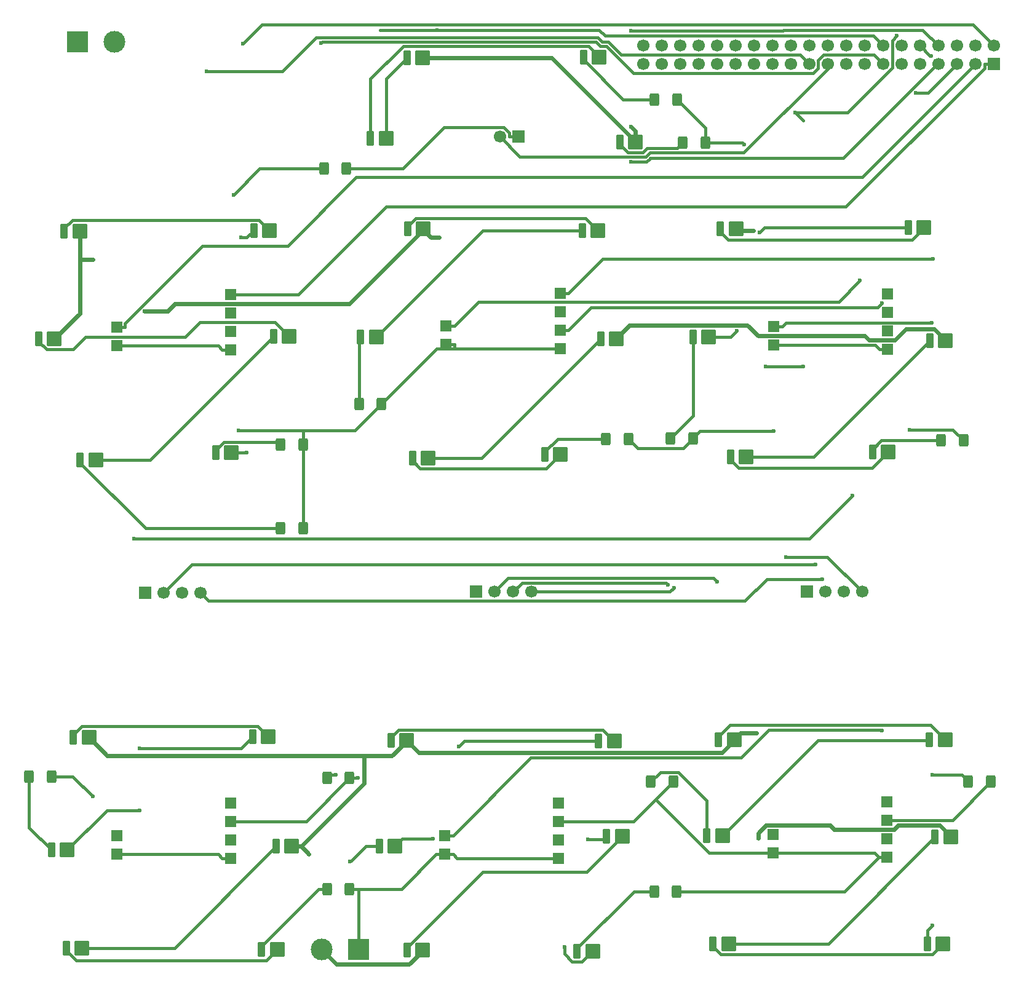
<source format=gbr>
%TF.GenerationSoftware,KiCad,Pcbnew,9.0.2*%
%TF.CreationDate,2025-06-29T15:48:11+02:00*%
%TF.ProjectId,adirs,61646972-732e-46b6-9963-61645f706362,rev?*%
%TF.SameCoordinates,Original*%
%TF.FileFunction,Copper,L1,Top*%
%TF.FilePolarity,Positive*%
%FSLAX46Y46*%
G04 Gerber Fmt 4.6, Leading zero omitted, Abs format (unit mm)*
G04 Created by KiCad (PCBNEW 9.0.2) date 2025-06-29 15:48:11*
%MOMM*%
%LPD*%
G01*
G04 APERTURE LIST*
G04 Aperture macros list*
%AMRoundRect*
0 Rectangle with rounded corners*
0 $1 Rounding radius*
0 $2 $3 $4 $5 $6 $7 $8 $9 X,Y pos of 4 corners*
0 Add a 4 corners polygon primitive as box body*
4,1,4,$2,$3,$4,$5,$6,$7,$8,$9,$2,$3,0*
0 Add four circle primitives for the rounded corners*
1,1,$1+$1,$2,$3*
1,1,$1+$1,$4,$5*
1,1,$1+$1,$6,$7*
1,1,$1+$1,$8,$9*
0 Add four rect primitives between the rounded corners*
20,1,$1+$1,$2,$3,$4,$5,0*
20,1,$1+$1,$4,$5,$6,$7,0*
20,1,$1+$1,$6,$7,$8,$9,0*
20,1,$1+$1,$8,$9,$2,$3,0*%
G04 Aperture macros list end*
%TA.AperFunction,ComponentPad*%
%ADD10R,1.700000X1.700000*%
%TD*%
%TA.AperFunction,ComponentPad*%
%ADD11C,1.700000*%
%TD*%
%TA.AperFunction,ComponentPad*%
%ADD12R,3.000000X3.000000*%
%TD*%
%TA.AperFunction,ComponentPad*%
%ADD13C,3.000000*%
%TD*%
%TA.AperFunction,ComponentPad*%
%ADD14R,1.500000X1.500000*%
%TD*%
%TA.AperFunction,SMDPad,CuDef*%
%ADD15RoundRect,0.165000X-0.385000X-0.885000X0.385000X-0.885000X0.385000X0.885000X-0.385000X0.885000X0*%
%TD*%
%TA.AperFunction,SMDPad,CuDef*%
%ADD16RoundRect,0.315000X-0.735000X-0.735000X0.735000X-0.735000X0.735000X0.735000X-0.735000X0.735000X0*%
%TD*%
%TA.AperFunction,SMDPad,CuDef*%
%ADD17RoundRect,0.250000X-0.400000X-0.625000X0.400000X-0.625000X0.400000X0.625000X-0.400000X0.625000X0*%
%TD*%
%TA.AperFunction,ViaPad*%
%ADD18C,0.600000*%
%TD*%
%TA.AperFunction,Conductor*%
%ADD19C,0.400000*%
%TD*%
%TA.AperFunction,Conductor*%
%ADD20C,0.600000*%
%TD*%
G04 APERTURE END LIST*
D10*
%TO.P,J2,1,Pin_1*%
%TO.N,Net-(J2-Pin_1)*%
X269825000Y-28475000D03*
D11*
%TO.P,J2,2,Pin_2*%
%TO.N,Net-(J2-Pin_2)*%
X269825000Y-25935000D03*
%TO.P,J2,3,Pin_3*%
%TO.N,Net-(J2-Pin_3)*%
X267285000Y-28475000D03*
%TO.P,J2,4,Pin_4*%
%TO.N,Net-(J2-Pin_4)*%
X267285000Y-25935000D03*
%TO.P,J2,5,Pin_5*%
%TO.N,Net-(J2-Pin_5)*%
X264745000Y-28475000D03*
%TO.P,J2,6,Pin_6*%
%TO.N,Net-(J2-Pin_6)*%
X264745000Y-25935000D03*
%TO.P,J2,7,Pin_7*%
%TO.N,Net-(J2-Pin_7)*%
X262205000Y-28475000D03*
%TO.P,J2,8,Pin_8*%
%TO.N,Net-(J2-Pin_8)*%
X262205000Y-25935000D03*
%TO.P,J2,9,Pin_9*%
%TO.N,Net-(J2-Pin_9)*%
X259665000Y-28475000D03*
%TO.P,J2,10,Pin_10*%
%TO.N,Net-(J2-Pin_10)*%
X259665000Y-25935000D03*
%TO.P,J2,11,Pin_11*%
%TO.N,Net-(J2-Pin_11)*%
X257125000Y-28475000D03*
%TO.P,J2,12,Pin_12*%
%TO.N,Net-(J2-Pin_12)*%
X257125000Y-25935000D03*
%TO.P,J2,13,Pin_13*%
%TO.N,Net-(J2-Pin_13)*%
X254585000Y-28475000D03*
%TO.P,J2,14,Pin_14*%
%TO.N,Net-(J2-Pin_14)*%
X254585000Y-25935000D03*
%TO.P,J2,15,Pin_15*%
%TO.N,Net-(J2-Pin_15)*%
X252045000Y-28475000D03*
%TO.P,J2,16,Pin_16*%
%TO.N,Net-(J2-Pin_16)*%
X252045000Y-25935000D03*
%TO.P,J2,17,Pin_17*%
%TO.N,Net-(J2-Pin_17)*%
X249505000Y-28475000D03*
%TO.P,J2,18,Pin_18*%
%TO.N,Net-(J2-Pin_18)*%
X249505000Y-25935000D03*
%TO.P,J2,19,Pin_19*%
%TO.N,Net-(J2-Pin_19)*%
X246965000Y-28475000D03*
%TO.P,J2,20,Pin_20*%
%TO.N,Net-(J2-Pin_20)*%
X246965000Y-25935000D03*
%TO.P,J2,21,Pin_21*%
%TO.N,Net-(J2-Pin_21)*%
X244425000Y-28475000D03*
%TO.P,J2,22,Pin_22*%
%TO.N,Net-(J2-Pin_22)*%
X244425000Y-25935000D03*
%TO.P,J2,23,Pin_23*%
%TO.N,Net-(J2-Pin_23)*%
X241885000Y-28475000D03*
%TO.P,J2,24,Pin_24*%
%TO.N,Net-(J2-Pin_24)*%
X241885000Y-25935000D03*
%TO.P,J2,25,Pin_25*%
%TO.N,Net-(J2-Pin_25)*%
X239345000Y-28475000D03*
%TO.P,J2,26,Pin_26*%
%TO.N,Net-(J2-Pin_26)*%
X239345000Y-25935000D03*
%TO.P,J2,27,Pin_27*%
%TO.N,Net-(J2-Pin_27)*%
X236805000Y-28475000D03*
%TO.P,J2,28,Pin_28*%
%TO.N,Net-(J2-Pin_28)*%
X236805000Y-25935000D03*
%TO.P,J2,29,Pin_29*%
%TO.N,unconnected-(J2-Pin_29-Pad29)*%
X234265000Y-28475000D03*
%TO.P,J2,30,Pin_30*%
%TO.N,unconnected-(J2-Pin_30-Pad30)*%
X234265000Y-25935000D03*
%TO.P,J2,31,Pin_31*%
%TO.N,unconnected-(J2-Pin_31-Pad31)*%
X231725000Y-28475000D03*
%TO.P,J2,32,Pin_32*%
%TO.N,unconnected-(J2-Pin_32-Pad32)*%
X231725000Y-25935000D03*
%TO.P,J2,33,Pin_33*%
%TO.N,unconnected-(J2-Pin_33-Pad33)*%
X229185000Y-28475000D03*
%TO.P,J2,34,Pin_34*%
%TO.N,unconnected-(J2-Pin_34-Pad34)*%
X229185000Y-25935000D03*
%TO.P,J2,35,Pin_35*%
%TO.N,unconnected-(J2-Pin_35-Pad35)*%
X226645000Y-28475000D03*
%TO.P,J2,36,Pin_36*%
%TO.N,unconnected-(J2-Pin_36-Pad36)*%
X226645000Y-25935000D03*
%TO.P,J2,37,Pin_37*%
%TO.N,unconnected-(J2-Pin_37-Pad37)*%
X224105000Y-28475000D03*
%TO.P,J2,38,Pin_38*%
%TO.N,unconnected-(J2-Pin_38-Pad38)*%
X224105000Y-25935000D03*
%TO.P,J2,39,Pin_39*%
%TO.N,unconnected-(J2-Pin_39-Pad39)*%
X221565000Y-28475000D03*
%TO.P,J2,40,Pin_40*%
%TO.N,unconnected-(J2-Pin_40-Pad40)*%
X221565000Y-25935000D03*
%TD*%
D12*
%TO.P,J7,1,Pin_1*%
%TO.N,GND*%
X182390000Y-150400000D03*
D13*
%TO.P,J7,2,Pin_2*%
%TO.N,+12V*%
X177310000Y-150400000D03*
%TD*%
D14*
%TO.P,KR3,1,+5V_TOP_LED*%
%TO.N,Net-(J2-Pin_4)*%
X255250000Y-60150000D03*
%TO.P,KR3,2,GND_TOP_LED*%
%TO.N,GND*%
X255250000Y-62690000D03*
%TO.P,KR3,3,+5V_BOTTOM_LED*%
%TO.N,Net-(J2-Pin_5)*%
X255250000Y-65230000D03*
%TO.P,KR3,4,GND_BOTTOM_LED*%
%TO.N,GND*%
X255250000Y-67770000D03*
%TO.P,KR3,5,SW_IN*%
%TO.N,Net-(J2-Pin_6)*%
X239550000Y-64650000D03*
%TO.P,KR3,6,SW_OUT*%
%TO.N,GND*%
X239550000Y-67190000D03*
%TD*%
D15*
%TO.P,D35,1,K*%
%TO.N,Net-(D35-K)*%
X231200000Y-149600000D03*
D16*
%TO.P,D35,2,A*%
%TO.N,Net-(D34-K)*%
X233350000Y-149600000D03*
%TD*%
D15*
%TO.P,D29,1,K*%
%TO.N,Net-(D29-K)*%
X216560000Y-134800000D03*
D16*
%TO.P,D29,2,A*%
%TO.N,Net-(D28-K)*%
X218710000Y-134800000D03*
%TD*%
D15*
%TO.P,D33,1,K*%
%TO.N,Net-(D33-K)*%
X230360000Y-134700000D03*
D16*
%TO.P,D33,2,A*%
%TO.N,Net-(D32-K)*%
X232510000Y-134700000D03*
%TD*%
D17*
%TO.P,R14,1*%
%TO.N,Net-(D39-K)*%
X223150000Y-33375000D03*
%TO.P,R14,2*%
%TO.N,GND*%
X226250000Y-33375000D03*
%TD*%
%TO.P,R7,1*%
%TO.N,Net-(D21-K)*%
X137050000Y-126600000D03*
%TO.P,R7,2*%
%TO.N,GND*%
X140150000Y-126600000D03*
%TD*%
D15*
%TO.P,D3,1,K*%
%TO.N,Net-(D3-K)*%
X162750000Y-82000000D03*
D16*
%TO.P,D3,2,A*%
%TO.N,Net-(D2-K)*%
X164900000Y-82000000D03*
%TD*%
D15*
%TO.P,D22,1,K*%
%TO.N,Net-(D22-K)*%
X171060000Y-136200000D03*
D16*
%TO.P,D22,2,A*%
%TO.N,+12V*%
X173210000Y-136200000D03*
%TD*%
D15*
%TO.P,D19,1,K*%
%TO.N,Net-(D19-K)*%
X143150000Y-121200000D03*
D16*
%TO.P,D19,2,A*%
%TO.N,+12V*%
X145300000Y-121200000D03*
%TD*%
D15*
%TO.P,D13,1,K*%
%TO.N,Net-(D13-K)*%
X232220000Y-51200000D03*
D16*
%TO.P,D13,2,A*%
%TO.N,+12V*%
X234370000Y-51200000D03*
%TD*%
D15*
%TO.P,D16,1,K*%
%TO.N,Net-(D16-K)*%
X261020000Y-66600000D03*
D16*
%TO.P,D16,2,A*%
%TO.N,+12V*%
X263170000Y-66600000D03*
%TD*%
D17*
%TO.P,R8,1*%
%TO.N,Net-(D24-K)*%
X178050000Y-142100000D03*
%TO.P,R8,2*%
%TO.N,GND*%
X181150000Y-142100000D03*
%TD*%
D15*
%TO.P,D8,1,K*%
%TO.N,Net-(D8-K)*%
X213200000Y-51400000D03*
D16*
%TO.P,D8,2,A*%
%TO.N,Net-(D7-K)*%
X215350000Y-51400000D03*
%TD*%
D14*
%TO.P,KR5,1,+5V_TOP_LED*%
%TO.N,Net-(J2-Pin_7)*%
X209950000Y-130250000D03*
%TO.P,KR5,2,GND_TOP_LED*%
%TO.N,GND*%
X209950000Y-132790000D03*
%TO.P,KR5,3,+5V_BOTTOM_LED*%
%TO.N,Net-(J2-Pin_8)*%
X209950000Y-135330000D03*
%TO.P,KR5,4,GND_BOTTOM_LED*%
%TO.N,GND*%
X209950000Y-137870000D03*
%TO.P,KR5,5,SW_IN*%
%TO.N,Net-(J2-Pin_9)*%
X194250000Y-134750000D03*
%TO.P,KR5,6,SW_OUT*%
%TO.N,GND*%
X194250000Y-137290000D03*
%TD*%
D15*
%TO.P,D25,1,K*%
%TO.N,Net-(D25-K)*%
X186860000Y-121600000D03*
D16*
%TO.P,D25,2,A*%
%TO.N,+12V*%
X189010000Y-121600000D03*
%TD*%
D15*
%TO.P,D21,1,K*%
%TO.N,Net-(D21-K)*%
X140160000Y-136700000D03*
D16*
%TO.P,D21,2,A*%
%TO.N,Net-(D20-K)*%
X142310000Y-136700000D03*
%TD*%
D15*
%TO.P,D10,1,K*%
%TO.N,Net-(D10-K)*%
X215720000Y-66300000D03*
D16*
%TO.P,D10,2,A*%
%TO.N,+12V*%
X217870000Y-66300000D03*
%TD*%
D15*
%TO.P,D32,1,K*%
%TO.N,Net-(D32-K)*%
X261000000Y-121500000D03*
D16*
%TO.P,D32,2,A*%
%TO.N,Net-(D31-K)*%
X263150000Y-121500000D03*
%TD*%
D17*
%TO.P,R10,1*%
%TO.N,Net-(D30-K)*%
X223100000Y-142400000D03*
%TO.P,R10,2*%
%TO.N,GND*%
X226200000Y-142400000D03*
%TD*%
D15*
%TO.P,D12,1,K*%
%TO.N,Net-(D12-K)*%
X208060000Y-82200000D03*
D16*
%TO.P,D12,2,A*%
%TO.N,Net-(D11-K)*%
X210210000Y-82200000D03*
%TD*%
D14*
%TO.P,KR6,1,+5V_TOP_LED*%
%TO.N,Net-(J2-Pin_16)*%
X255150000Y-130050000D03*
%TO.P,KR6,2,GND_TOP_LED*%
%TO.N,GND*%
X255150000Y-132590000D03*
%TO.P,KR6,3,+5V_BOTTOM_LED*%
%TO.N,Net-(J2-Pin_17)*%
X255150000Y-135130000D03*
%TO.P,KR6,4,GND_BOTTOM_LED*%
%TO.N,GND*%
X255150000Y-137670000D03*
%TO.P,KR6,5,SW_IN*%
%TO.N,Net-(J2-Pin_18)*%
X239450000Y-134550000D03*
%TO.P,KR6,6,SW_OUT*%
%TO.N,GND*%
X239450000Y-137090000D03*
%TD*%
D10*
%TO.P,J6,1,Pin_1*%
%TO.N,GND*%
X198590000Y-101150000D03*
D11*
%TO.P,J6,2,Pin_2*%
%TO.N,Net-(J2-Pin_26)*%
X201130000Y-101150000D03*
%TO.P,J6,3,Pin_3*%
%TO.N,Net-(J2-Pin_27)*%
X203670000Y-101150000D03*
%TO.P,J6,4,Pin_4*%
%TO.N,Net-(J2-Pin_28)*%
X206210000Y-101150000D03*
%TD*%
D15*
%TO.P,D9,1,K*%
%TO.N,Net-(D9-K)*%
X182685000Y-66100000D03*
D16*
%TO.P,D9,2,A*%
%TO.N,Net-(D8-K)*%
X184835000Y-66100000D03*
%TD*%
D15*
%TO.P,D30,1,K*%
%TO.N,Net-(D30-K)*%
X212500000Y-150600000D03*
D16*
%TO.P,D30,2,A*%
%TO.N,Net-(D29-K)*%
X214650000Y-150600000D03*
%TD*%
D15*
%TO.P,D14,1,K*%
%TO.N,Net-(D14-K)*%
X258085000Y-51000000D03*
D16*
%TO.P,D14,2,A*%
%TO.N,Net-(D13-K)*%
X260235000Y-51000000D03*
%TD*%
D17*
%TO.P,R12,1*%
%TO.N,Net-(D36-K)*%
X266350000Y-127300000D03*
%TO.P,R12,2*%
%TO.N,GND*%
X269450000Y-127300000D03*
%TD*%
%TO.P,R4,1*%
%TO.N,Net-(D12-K)*%
X216450000Y-80100000D03*
%TO.P,R4,2*%
%TO.N,GND*%
X219550000Y-80100000D03*
%TD*%
%TO.P,R2,1*%
%TO.N,Net-(D6-K)*%
X171650000Y-92400000D03*
%TO.P,R2,2*%
%TO.N,GND*%
X174750000Y-92400000D03*
%TD*%
D10*
%TO.P,J4,1,Pin_1*%
%TO.N,GND*%
X153020000Y-101300000D03*
D11*
%TO.P,J4,2,Pin_2*%
%TO.N,Net-(J2-Pin_20)*%
X155560000Y-101300000D03*
%TO.P,J4,3,Pin_3*%
%TO.N,Net-(J2-Pin_21)*%
X158100000Y-101300000D03*
%TO.P,J4,4,Pin_4*%
%TO.N,Net-(J2-Pin_22)*%
X160640000Y-101300000D03*
%TD*%
D14*
%TO.P,KR4,1,+5V_TOP_LED*%
%TO.N,Net-(J2-Pin_13)*%
X164800000Y-130200000D03*
%TO.P,KR4,2,GND_TOP_LED*%
%TO.N,GND*%
X164800000Y-132740000D03*
%TO.P,KR4,3,+5V_BOTTOM_LED*%
%TO.N,Net-(J2-Pin_14)*%
X164800000Y-135280000D03*
%TO.P,KR4,4,GND_BOTTOM_LED*%
%TO.N,GND*%
X164800000Y-137820000D03*
%TO.P,KR4,5,SW_IN*%
%TO.N,Net-(J2-Pin_15)*%
X149100000Y-134700000D03*
%TO.P,KR4,6,SW_OUT*%
%TO.N,GND*%
X149100000Y-137240000D03*
%TD*%
D15*
%TO.P,D15,1,K*%
%TO.N,Net-(D15-K)*%
X228420000Y-66100000D03*
D16*
%TO.P,D15,2,A*%
%TO.N,Net-(D14-K)*%
X230570000Y-66100000D03*
%TD*%
D15*
%TO.P,D5,1,K*%
%TO.N,Net-(D5-K)*%
X170685000Y-66000000D03*
D16*
%TO.P,D5,2,A*%
%TO.N,Net-(D4-K)*%
X172835000Y-66000000D03*
%TD*%
D10*
%TO.P,J5,1,Pin_1*%
%TO.N,GND*%
X244090000Y-101150000D03*
D11*
%TO.P,J5,2,Pin_2*%
%TO.N,Net-(J2-Pin_23)*%
X246630000Y-101150000D03*
%TO.P,J5,3,Pin_3*%
%TO.N,Net-(J2-Pin_24)*%
X249170000Y-101150000D03*
%TO.P,J5,4,Pin_4*%
%TO.N,Net-(J2-Pin_25)*%
X251710000Y-101150000D03*
%TD*%
D15*
%TO.P,D23,1,K*%
%TO.N,Net-(D23-K)*%
X142150000Y-150200000D03*
D16*
%TO.P,D23,2,A*%
%TO.N,Net-(D22-K)*%
X144300000Y-150200000D03*
%TD*%
D15*
%TO.P,D17,1,K*%
%TO.N,Net-(D17-K)*%
X233620000Y-82600000D03*
D16*
%TO.P,D17,2,A*%
%TO.N,Net-(D16-K)*%
X235770000Y-82600000D03*
%TD*%
D17*
%TO.P,R3,1*%
%TO.N,Net-(D9-K)*%
X182450000Y-75300000D03*
%TO.P,R3,2*%
%TO.N,GND*%
X185550000Y-75300000D03*
%TD*%
%TO.P,R11,1*%
%TO.N,Net-(D33-K)*%
X222650000Y-127300000D03*
%TO.P,R11,2*%
%TO.N,GND*%
X225750000Y-127300000D03*
%TD*%
%TO.P,R15,1*%
%TO.N,Net-(D40-K)*%
X227050000Y-39300000D03*
%TO.P,R15,2*%
%TO.N,GND*%
X230150000Y-39300000D03*
%TD*%
%TO.P,R5,1*%
%TO.N,Net-(D15-K)*%
X225350000Y-80000000D03*
%TO.P,R5,2*%
%TO.N,GND*%
X228450000Y-80000000D03*
%TD*%
D15*
%TO.P,D40,1,K*%
%TO.N,Net-(D40-K)*%
X218350000Y-39200000D03*
D16*
%TO.P,D40,2,A*%
%TO.N,+12V*%
X220500000Y-39200000D03*
%TD*%
D15*
%TO.P,D2,1,K*%
%TO.N,Net-(D2-K)*%
X167985000Y-51400000D03*
D16*
%TO.P,D2,2,A*%
%TO.N,Net-(D1-K)*%
X170135000Y-51400000D03*
%TD*%
D15*
%TO.P,D39,1,K*%
%TO.N,Net-(D39-K)*%
X213350000Y-27500000D03*
D16*
%TO.P,D39,2,A*%
%TO.N,Net-(D38-K)*%
X215500000Y-27500000D03*
%TD*%
D15*
%TO.P,D1,1,K*%
%TO.N,Net-(D1-K)*%
X141860000Y-51500000D03*
D16*
%TO.P,D1,2,A*%
%TO.N,+12V*%
X144010000Y-51500000D03*
%TD*%
D15*
%TO.P,D37,1,K*%
%TO.N,Net-(D37-K)*%
X189060000Y-27600000D03*
D16*
%TO.P,D37,2,A*%
%TO.N,+12V*%
X191210000Y-27600000D03*
%TD*%
D10*
%TO.P,J3,1,Pin_1*%
%TO.N,Net-(J3-Pin_1)*%
X204375000Y-38500000D03*
D11*
%TO.P,J3,2,Pin_2*%
%TO.N,Net-(J2-Pin_19)*%
X201835000Y-38500000D03*
%TD*%
D17*
%TO.P,R13,1*%
%TO.N,GND*%
X177650000Y-42900000D03*
%TO.P,R13,2*%
%TO.N,Net-(J3-Pin_1)*%
X180750000Y-42900000D03*
%TD*%
D15*
%TO.P,D34,1,K*%
%TO.N,Net-(D34-K)*%
X261760000Y-134900000D03*
D16*
%TO.P,D34,2,A*%
%TO.N,+12V*%
X263910000Y-134900000D03*
%TD*%
D14*
%TO.P,KR1,1,+5V_TOP_LED*%
%TO.N,Net-(J2-Pin_1)*%
X164800000Y-60200000D03*
%TO.P,KR1,2,GND_TOP_LED*%
%TO.N,GND*%
X164800000Y-62740000D03*
%TO.P,KR1,3,+5V_BOTTOM_LED*%
%TO.N,Net-(J2-Pin_2)*%
X164800000Y-65280000D03*
%TO.P,KR1,4,GND_BOTTOM_LED*%
%TO.N,GND*%
X164800000Y-67820000D03*
%TO.P,KR1,5,SW_IN*%
%TO.N,Net-(J2-Pin_3)*%
X149100000Y-64700000D03*
%TO.P,KR1,6,SW_OUT*%
%TO.N,GND*%
X149100000Y-67240000D03*
%TD*%
D17*
%TO.P,R9,1*%
%TO.N,Net-(D27-K)*%
X178050000Y-126800000D03*
%TO.P,R9,2*%
%TO.N,GND*%
X181150000Y-126800000D03*
%TD*%
%TO.P,R1,1*%
%TO.N,Net-(D3-K)*%
X171650000Y-80900000D03*
%TO.P,R1,2*%
%TO.N,GND*%
X174750000Y-80900000D03*
%TD*%
D15*
%TO.P,D24,1,K*%
%TO.N,Net-(D24-K)*%
X169060000Y-150400000D03*
D16*
%TO.P,D24,2,A*%
%TO.N,Net-(D23-K)*%
X171210000Y-150400000D03*
%TD*%
D15*
%TO.P,D26,1,K*%
%TO.N,Net-(D26-K)*%
X215460000Y-121700000D03*
D16*
%TO.P,D26,2,A*%
%TO.N,Net-(D25-K)*%
X217610000Y-121700000D03*
%TD*%
D15*
%TO.P,D7,1,K*%
%TO.N,Net-(D7-K)*%
X189150000Y-51200000D03*
D16*
%TO.P,D7,2,A*%
%TO.N,+12V*%
X191300000Y-51200000D03*
%TD*%
D15*
%TO.P,D4,1,K*%
%TO.N,Net-(D4-K)*%
X138385000Y-66300000D03*
D16*
%TO.P,D4,2,A*%
%TO.N,+12V*%
X140535000Y-66300000D03*
%TD*%
D15*
%TO.P,D11,1,K*%
%TO.N,Net-(D11-K)*%
X189820000Y-82700000D03*
D16*
%TO.P,D11,2,A*%
%TO.N,Net-(D10-K)*%
X191970000Y-82700000D03*
%TD*%
D15*
%TO.P,D36,1,K*%
%TO.N,Net-(D36-K)*%
X260720000Y-149600000D03*
D16*
%TO.P,D36,2,A*%
%TO.N,Net-(D35-K)*%
X262870000Y-149600000D03*
%TD*%
D15*
%TO.P,D20,1,K*%
%TO.N,Net-(D20-K)*%
X167800000Y-121100000D03*
D16*
%TO.P,D20,2,A*%
%TO.N,Net-(D19-K)*%
X169950000Y-121100000D03*
%TD*%
D17*
%TO.P,R6,1*%
%TO.N,Net-(D18-K)*%
X262600000Y-80300000D03*
%TO.P,R6,2*%
%TO.N,GND*%
X265700000Y-80300000D03*
%TD*%
D15*
%TO.P,D27,1,K*%
%TO.N,Net-(D27-K)*%
X185250000Y-136200000D03*
D16*
%TO.P,D27,2,A*%
%TO.N,Net-(D26-K)*%
X187400000Y-136200000D03*
%TD*%
D15*
%TO.P,D31,1,K*%
%TO.N,Net-(D31-K)*%
X231960000Y-121500000D03*
D16*
%TO.P,D31,2,A*%
%TO.N,+12V*%
X234110000Y-121500000D03*
%TD*%
D15*
%TO.P,D38,1,K*%
%TO.N,Net-(D38-K)*%
X184050000Y-38700000D03*
D16*
%TO.P,D38,2,A*%
%TO.N,Net-(D37-K)*%
X186200000Y-38700000D03*
%TD*%
D15*
%TO.P,D28,1,K*%
%TO.N,Net-(D28-K)*%
X189050000Y-150500000D03*
D16*
%TO.P,D28,2,A*%
%TO.N,+12V*%
X191200000Y-150500000D03*
%TD*%
D15*
%TO.P,D18,1,K*%
%TO.N,Net-(D18-K)*%
X253160000Y-81900000D03*
D16*
%TO.P,D18,2,A*%
%TO.N,Net-(D17-K)*%
X255310000Y-81900000D03*
%TD*%
D14*
%TO.P,KR2,1,+5V_TOP_LED*%
%TO.N,Net-(J2-Pin_10)*%
X210150000Y-60050000D03*
%TO.P,KR2,2,GND_TOP_LED*%
%TO.N,GND*%
X210150000Y-62590000D03*
%TO.P,KR2,3,+5V_BOTTOM_LED*%
%TO.N,Net-(J2-Pin_11)*%
X210150000Y-65130000D03*
%TO.P,KR2,4,GND_BOTTOM_LED*%
%TO.N,GND*%
X210150000Y-67670000D03*
%TO.P,KR2,5,SW_IN*%
%TO.N,Net-(J2-Pin_12)*%
X194450000Y-64550000D03*
%TO.P,KR2,6,SW_OUT*%
%TO.N,GND*%
X194450000Y-67090000D03*
%TD*%
D15*
%TO.P,D6,1,K*%
%TO.N,Net-(D6-K)*%
X144085000Y-83000000D03*
D16*
%TO.P,D6,2,A*%
%TO.N,Net-(D5-K)*%
X146235000Y-83000000D03*
%TD*%
D12*
%TO.P,J1,1,Pin_1*%
%TO.N,GND*%
X143695000Y-25400000D03*
D13*
%TO.P,J1,2,Pin_2*%
%TO.N,+12V*%
X148775000Y-25400000D03*
%TD*%
D18*
%TO.N,Net-(J2-Pin_6)*%
X261300800Y-64078300D03*
%TO.N,Net-(J2-Pin_5)*%
X259138800Y-32427600D03*
%TO.N,Net-(J2-Pin_8)*%
X219880700Y-23870100D03*
%TO.N,Net-(J2-Pin_27)*%
X224966500Y-100147900D03*
%TO.N,Net-(J2-Pin_25)*%
X241261600Y-96384300D03*
%TO.N,Net-(J2-Pin_12)*%
X251400400Y-58300000D03*
%TO.N,Net-(J2-Pin_9)*%
X254463300Y-120264700D03*
%TO.N,Net-(J2-Pin_7)*%
X219880700Y-41962200D03*
%TO.N,Net-(J2-Pin_22)*%
X246222400Y-99382200D03*
%TO.N,Net-(J2-Pin_11)*%
X254451900Y-61420000D03*
%TO.N,Net-(J2-Pin_21)*%
X161468200Y-29485000D03*
%TO.N,Net-(J2-Pin_10)*%
X261187300Y-27335600D03*
X261444500Y-55340000D03*
%TO.N,Net-(J2-Pin_14)*%
X193211000Y-23789000D03*
%TO.N,Net-(J2-Pin_15)*%
X250350200Y-87900000D03*
X151531600Y-93820000D03*
%TO.N,Net-(J2-Pin_28)*%
X225806100Y-100578800D03*
%TO.N,Net-(J2-Pin_18)*%
X238420000Y-70140000D03*
X243585500Y-70140000D03*
X242530200Y-35184000D03*
X256496700Y-24591500D03*
%TO.N,Net-(J2-Pin_13)*%
X177261700Y-25587200D03*
%TO.N,Net-(J2-Pin_26)*%
X231733900Y-99738400D03*
%TO.N,Net-(J2-Pin_20)*%
X245281800Y-97422100D03*
%TO.N,Net-(J2-Pin_2)*%
X166505700Y-25704400D03*
%TO.N,GND*%
X145798200Y-129340000D03*
X258281200Y-78820000D03*
X182320200Y-126760800D03*
X165182000Y-46460000D03*
X165923400Y-78930600D03*
X239550000Y-79020000D03*
X235517400Y-39580900D03*
%TO.N,Net-(D36-K)*%
X261366900Y-147084400D03*
X261366900Y-126380000D03*
%TO.N,Net-(D29-K)*%
X210729300Y-150060000D03*
X213954100Y-135260000D03*
%TO.N,Net-(D27-K)*%
X181217000Y-138271300D03*
X179279900Y-126371400D03*
%TO.N,Net-(D26-K)*%
X196174300Y-122452700D03*
X192614700Y-135160000D03*
%TO.N,Net-(D20-K)*%
X152231900Y-131272700D03*
X152275800Y-122670400D03*
%TO.N,Net-(D14-K)*%
X234442800Y-65244600D03*
X237616200Y-51685900D03*
%TO.N,Net-(D2-K)*%
X166987100Y-81980000D03*
X166247000Y-52380000D03*
%TO.N,+12V*%
X175587000Y-137272900D03*
X145798200Y-55374300D03*
X237397900Y-65917100D03*
X236734100Y-51392900D03*
X237439400Y-135060000D03*
X237163900Y-120604800D03*
X152939400Y-62473000D03*
X220990800Y-64489300D03*
X219897600Y-37124400D03*
X197274300Y-27600000D03*
X193521900Y-52380000D03*
%TD*%
D19*
%TO.N,Net-(D40-K)*%
X226291500Y-40058500D02*
X227050000Y-39300000D01*
X222119900Y-40058500D02*
X226291500Y-40058500D01*
X222119900Y-40058600D02*
X222119900Y-40058500D01*
X221519800Y-40658700D02*
X222119900Y-40058600D01*
X219469500Y-40658700D02*
X221519800Y-40658700D01*
X218350000Y-39539200D02*
X219469500Y-40658700D01*
X218350000Y-39200000D02*
X218350000Y-39539200D01*
%TO.N,Net-(D39-K)*%
X213350000Y-27910800D02*
X213350000Y-27500000D01*
X218814200Y-33375000D02*
X213350000Y-27910800D01*
X223150000Y-33375000D02*
X218814200Y-33375000D01*
%TO.N,Net-(D38-K)*%
X214029000Y-26029000D02*
X215500000Y-27500000D01*
X188558700Y-26029000D02*
X214029000Y-26029000D01*
X184050000Y-30537700D02*
X188558700Y-26029000D01*
X184050000Y-38700000D02*
X184050000Y-30537700D01*
%TO.N,Net-(D37-K)*%
X186200000Y-30460000D02*
X189060000Y-27600000D01*
X186200000Y-38700000D02*
X186200000Y-30460000D01*
%TO.N,Net-(J2-Pin_6)*%
X239550000Y-64650000D02*
X240701700Y-64650000D01*
X241273400Y-64078300D02*
X261300800Y-64078300D01*
X240701700Y-64650000D02*
X241273400Y-64078300D01*
%TO.N,Net-(J2-Pin_5)*%
X260792400Y-32427600D02*
X259138800Y-32427600D01*
X264745000Y-28475000D02*
X260792400Y-32427600D01*
%TO.N,Net-(J2-Pin_8)*%
X219882200Y-23868600D02*
X219880700Y-23870100D01*
X240838800Y-23868600D02*
X219882200Y-23868600D01*
X240893400Y-23814000D02*
X240838800Y-23868600D01*
X240893400Y-23814000D02*
X240838800Y-23868600D01*
X260084000Y-23814000D02*
X240893400Y-23814000D01*
X262205000Y-25935000D02*
X260084000Y-23814000D01*
%TO.N,Net-(J2-Pin_27)*%
X204927000Y-99893000D02*
X203670000Y-101150000D01*
X224711600Y-99893000D02*
X204927000Y-99893000D01*
X224966500Y-100147900D02*
X224711600Y-99893000D01*
%TO.N,Net-(J2-Pin_25)*%
X246944300Y-96384300D02*
X241261600Y-96384300D01*
X251710000Y-101150000D02*
X246944300Y-96384300D01*
X241261600Y-96384300D02*
X241226800Y-96384300D01*
X241226800Y-96384300D02*
X241261600Y-96384300D01*
%TO.N,Net-(J2-Pin_12)*%
X198950000Y-61201700D02*
X195601700Y-64550000D01*
X248498700Y-61201700D02*
X198950000Y-61201700D01*
X251400400Y-58300000D02*
X248498700Y-61201700D01*
X194450000Y-64550000D02*
X195601700Y-64550000D01*
%TO.N,Net-(J2-Pin_9)*%
X194250000Y-134750000D02*
X195401700Y-134750000D01*
X206150800Y-124000900D02*
X195401700Y-134750000D01*
X235052300Y-124000900D02*
X206150800Y-124000900D01*
X238872600Y-120180600D02*
X235052300Y-124000900D01*
X254379200Y-120180600D02*
X238872600Y-120180600D01*
X254463300Y-120264700D02*
X254379200Y-120180600D01*
%TO.N,Net-(J2-Pin_7)*%
X222049500Y-41962200D02*
X222502200Y-41509500D01*
X219880700Y-41962200D02*
X222049500Y-41962200D01*
X262097200Y-28475000D02*
X262205000Y-28475000D01*
X249132100Y-41440100D02*
X262097200Y-28475000D01*
X222571600Y-41440100D02*
X249132100Y-41440100D01*
X222502200Y-41509500D02*
X222571600Y-41440100D01*
X222502200Y-41509500D02*
X222571600Y-41440100D01*
%TO.N,Net-(J2-Pin_22)*%
X161751400Y-102411400D02*
X160640000Y-101300000D01*
X235556100Y-102411400D02*
X161751400Y-102411400D01*
X238585300Y-99382200D02*
X235556100Y-102411400D01*
X246222400Y-99382200D02*
X238585300Y-99382200D01*
%TO.N,Net-(J2-Pin_11)*%
X210150000Y-65130000D02*
X211301700Y-65130000D01*
X253850200Y-62021700D02*
X254451900Y-61420000D01*
X214410000Y-62021700D02*
X253850200Y-62021700D01*
X211301700Y-65130000D02*
X214410000Y-62021700D01*
%TO.N,Net-(J2-Pin_21)*%
X243155000Y-27205000D02*
X244425000Y-28475000D01*
X218536300Y-27205000D02*
X243155000Y-27205000D01*
X216753700Y-25422400D02*
X218536300Y-27205000D01*
X215903000Y-25422400D02*
X216753700Y-25422400D01*
X215302800Y-24822200D02*
X215903000Y-25422400D01*
X176560000Y-24822200D02*
X215302800Y-24822200D01*
X171897200Y-29485000D02*
X176560000Y-24822200D01*
X161468200Y-29485000D02*
X171897200Y-29485000D01*
%TO.N,Net-(J2-Pin_10)*%
X261065600Y-27335600D02*
X261187300Y-27335600D01*
X259665000Y-25935000D02*
X261065600Y-27335600D01*
X216011700Y-55340000D02*
X211301700Y-60050000D01*
X261444500Y-55340000D02*
X216011700Y-55340000D01*
X210150000Y-60050000D02*
X211301700Y-60050000D01*
%TO.N,Net-(J2-Pin_3)*%
X149100000Y-64700000D02*
X150251700Y-64700000D01*
X150251700Y-64168400D02*
X150251700Y-64700000D01*
X160923900Y-53496200D02*
X150251700Y-64168400D01*
X172655400Y-53496200D02*
X160923900Y-53496200D01*
X182104800Y-44046800D02*
X172655400Y-53496200D01*
X251713200Y-44046800D02*
X182104800Y-44046800D01*
X267285000Y-28475000D02*
X251713200Y-44046800D01*
%TO.N,Net-(J2-Pin_14)*%
X215544600Y-23789000D02*
X193211000Y-23789000D01*
X216364200Y-24608600D02*
X215544600Y-23789000D01*
X253258600Y-24608600D02*
X216364200Y-24608600D01*
X254585000Y-25935000D02*
X253258600Y-24608600D01*
X193211000Y-23789000D02*
X185350700Y-23789000D01*
X185350700Y-23789000D02*
X193211000Y-23789000D01*
%TO.N,Net-(J2-Pin_15)*%
X244430200Y-93820000D02*
X151531600Y-93820000D01*
X250350200Y-87900000D02*
X244430200Y-93820000D01*
%TO.N,Net-(J2-Pin_28)*%
X225234900Y-101150000D02*
X206210000Y-101150000D01*
X225806100Y-100578800D02*
X225234900Y-101150000D01*
%TO.N,Net-(J2-Pin_18)*%
X238420000Y-70140000D02*
X243587100Y-70140000D01*
X243587100Y-70140000D02*
X243585500Y-70140000D01*
X255855000Y-25233200D02*
X256496700Y-24591500D01*
X255855000Y-29007500D02*
X255855000Y-25233200D01*
X249678500Y-35184000D02*
X255855000Y-29007500D01*
X242530200Y-35184000D02*
X249678500Y-35184000D01*
X242530200Y-35184000D02*
X243585500Y-36239300D01*
X243585500Y-36239300D02*
X242530200Y-35184000D01*
%TO.N,Net-(J2-Pin_13)*%
X253315200Y-27205200D02*
X254585000Y-28475000D01*
X246398800Y-27205200D02*
X253315200Y-27205200D01*
X245676700Y-27927300D02*
X246398800Y-27205200D01*
X245676700Y-29049600D02*
X245676700Y-27927300D01*
X244951400Y-29774900D02*
X245676700Y-29049600D01*
X220253400Y-29774900D02*
X244951400Y-29774900D01*
X216502600Y-26024100D02*
X220253400Y-29774900D01*
X215653800Y-26024100D02*
X216502600Y-26024100D01*
X215053600Y-25423900D02*
X215653800Y-26024100D01*
X177425000Y-25423900D02*
X215053600Y-25423900D01*
X177261700Y-25587200D02*
X177425000Y-25423900D01*
%TO.N,Net-(J2-Pin_26)*%
X202989600Y-99290400D02*
X201130000Y-101150000D01*
X231285900Y-99290400D02*
X202989600Y-99290400D01*
X231733900Y-99738400D02*
X231285900Y-99290400D01*
%TO.N,Net-(J2-Pin_20)*%
X159437900Y-97422100D02*
X155560000Y-101300000D01*
X245281800Y-97422100D02*
X159437900Y-97422100D01*
X245281800Y-97422100D02*
X244399500Y-97422100D01*
X244399500Y-97422100D02*
X245281800Y-97422100D01*
%TO.N,Net-(J3-Pin_1)*%
X188474700Y-42900000D02*
X180750000Y-42900000D01*
X194164800Y-37209900D02*
X188474700Y-42900000D01*
X202380800Y-37209900D02*
X194164800Y-37209900D01*
X203123300Y-37952400D02*
X202380800Y-37209900D01*
X203123300Y-38500000D02*
X203123300Y-37952400D01*
X204375000Y-38500000D02*
X203123300Y-38500000D01*
%TO.N,Net-(J2-Pin_19)*%
X221900500Y-41260400D02*
X222253100Y-40907800D01*
X204595400Y-41260400D02*
X221900500Y-41260400D01*
X201835000Y-38500000D02*
X204595400Y-41260400D01*
X222253100Y-40907800D02*
X222500700Y-40660200D01*
X222253100Y-40907800D02*
X222500700Y-40660200D01*
X246965000Y-29125600D02*
X246965000Y-28475000D01*
X235430400Y-40660200D02*
X246965000Y-29125600D01*
X222500700Y-40660200D02*
X235430400Y-40660200D01*
%TO.N,Net-(J2-Pin_1)*%
X269825000Y-28475000D02*
X268573300Y-28475000D01*
X164800000Y-60200000D02*
X165951700Y-60200000D01*
X174090300Y-60200000D02*
X185930000Y-48360300D01*
X165951700Y-60200000D02*
X174090300Y-60200000D01*
X185930000Y-48360300D02*
X186179100Y-48111200D01*
X185930000Y-48360300D02*
X186179100Y-48111200D01*
X249484700Y-48111200D02*
X186179100Y-48111200D01*
X268573300Y-29022600D02*
X249484700Y-48111200D01*
X268573300Y-28475000D02*
X268573300Y-29022600D01*
%TO.N,Net-(J2-Pin_2)*%
X169122800Y-23087300D02*
X166505700Y-25704400D01*
X266977300Y-23087300D02*
X169122800Y-23087300D01*
X269825000Y-25935000D02*
X266977300Y-23087300D01*
%TO.N,GND*%
X253518300Y-67190000D02*
X254098300Y-67770000D01*
X239550000Y-67190000D02*
X253518300Y-67190000D01*
X255250000Y-67770000D02*
X254098300Y-67770000D01*
X163068300Y-67240000D02*
X163648300Y-67820000D01*
X149100000Y-67240000D02*
X163068300Y-67240000D01*
X164800000Y-67820000D02*
X163648300Y-67820000D01*
X194450000Y-67090000D02*
X195601700Y-67090000D01*
X230150000Y-37275000D02*
X230150000Y-39300000D01*
X226250000Y-33375000D02*
X230150000Y-37275000D01*
X227093900Y-81356100D02*
X228450000Y-80000000D01*
X220806100Y-81356100D02*
X227093900Y-81356100D01*
X219550000Y-80100000D02*
X220806100Y-81356100D01*
X175210000Y-132740000D02*
X164800000Y-132740000D01*
X181150000Y-126800000D02*
X175210000Y-132740000D01*
X255150000Y-137670000D02*
X253998300Y-137670000D01*
X143058200Y-126600000D02*
X145798200Y-129340000D01*
X140150000Y-126600000D02*
X143058200Y-126600000D01*
X264220000Y-78820000D02*
X258281200Y-78820000D01*
X265700000Y-80300000D02*
X264220000Y-78820000D01*
X163068300Y-137240000D02*
X163648300Y-137820000D01*
X149100000Y-137240000D02*
X163068300Y-137240000D01*
X164800000Y-137820000D02*
X163648300Y-137820000D01*
X194250000Y-137290000D02*
X193098300Y-137290000D01*
X195981700Y-137870000D02*
X195401700Y-137290000D01*
X209950000Y-137870000D02*
X195981700Y-137870000D01*
X194250000Y-137290000D02*
X195401700Y-137290000D01*
X195601700Y-67670000D02*
X195601700Y-67090000D01*
X210150000Y-67670000D02*
X195601700Y-67670000D01*
X193180000Y-67670000D02*
X185550000Y-75300000D01*
X195601700Y-67670000D02*
X193180000Y-67670000D01*
X174750000Y-92400000D02*
X174750000Y-80900000D01*
X249268300Y-142400000D02*
X253998300Y-137670000D01*
X226200000Y-142400000D02*
X249268300Y-142400000D01*
X253418300Y-137090000D02*
X239450000Y-137090000D01*
X253998300Y-137670000D02*
X253418300Y-137090000D01*
X230650500Y-137090000D02*
X223305300Y-129744700D01*
X239450000Y-137090000D02*
X230650500Y-137090000D01*
X225750000Y-127300000D02*
X223305300Y-129744700D01*
X220260000Y-132790000D02*
X209950000Y-132790000D01*
X223305300Y-129744700D02*
X220260000Y-132790000D01*
X264160000Y-132590000D02*
X255150000Y-132590000D01*
X269450000Y-127300000D02*
X264160000Y-132590000D01*
X188288300Y-142100000D02*
X193098300Y-137290000D01*
X182390000Y-142100000D02*
X188288300Y-142100000D01*
X182390000Y-142100000D02*
X182390000Y-150400000D01*
X181150000Y-142100000D02*
X182390000Y-142100000D01*
X181189200Y-126760800D02*
X181150000Y-126800000D01*
X182320200Y-126760800D02*
X181189200Y-126760800D01*
X168742000Y-42900000D02*
X165182000Y-46460000D01*
X177650000Y-42900000D02*
X168742000Y-42900000D01*
X165923400Y-78930600D02*
X174750000Y-78930600D01*
X174750000Y-80900000D02*
X174750000Y-78930600D01*
X181919400Y-78930600D02*
X185550000Y-75300000D01*
X174750000Y-78930600D02*
X181919400Y-78930600D01*
X229430000Y-79020000D02*
X239550000Y-79020000D01*
X228450000Y-80000000D02*
X229430000Y-79020000D01*
X235236500Y-39300000D02*
X230150000Y-39300000D01*
X235517400Y-39580900D02*
X235236500Y-39300000D01*
%TO.N,Net-(D36-K)*%
X260720000Y-147731300D02*
X261366900Y-147084400D01*
X260720000Y-149600000D02*
X260720000Y-147731300D01*
X265430000Y-126380000D02*
X266350000Y-127300000D01*
X261366900Y-126380000D02*
X265430000Y-126380000D01*
%TO.N,Net-(D35-K)*%
X261384700Y-151085300D02*
X262870000Y-149600000D01*
X232305800Y-151085300D02*
X261384700Y-151085300D01*
X231200000Y-149979500D02*
X232305800Y-151085300D01*
X231200000Y-149600000D02*
X231200000Y-149979500D01*
%TO.N,Net-(D34-K)*%
X247060000Y-149600000D02*
X233350000Y-149600000D01*
X261760000Y-134900000D02*
X247060000Y-149600000D01*
%TO.N,Net-(D33-K)*%
X223934000Y-126016000D02*
X222650000Y-127300000D01*
X226443300Y-126016000D02*
X223934000Y-126016000D01*
X230360000Y-129932700D02*
X226443300Y-126016000D01*
X230360000Y-134700000D02*
X230360000Y-129932700D01*
%TO.N,Net-(D32-K)*%
X260916000Y-121584000D02*
X261000000Y-121500000D01*
X245626000Y-121584000D02*
X260916000Y-121584000D01*
X232510000Y-134700000D02*
X245626000Y-121584000D01*
%TO.N,Net-(D31-K)*%
X261159100Y-119509100D02*
X263150000Y-121500000D01*
X233547300Y-119509100D02*
X261159100Y-119509100D01*
X231960000Y-121096400D02*
X233547300Y-119509100D01*
X231960000Y-121500000D02*
X231960000Y-121096400D01*
%TO.N,Net-(D30-K)*%
X220296400Y-142400000D02*
X223100000Y-142400000D01*
X212500000Y-150196400D02*
X220296400Y-142400000D01*
X212500000Y-150600000D02*
X212500000Y-150196400D01*
%TO.N,Net-(D29-K)*%
X210729300Y-150991300D02*
X210729300Y-150060000D01*
X211812400Y-152074400D02*
X210729300Y-150991300D01*
X213175600Y-152074400D02*
X211812400Y-152074400D01*
X214650000Y-150600000D02*
X213175600Y-152074400D01*
X216100000Y-135260000D02*
X216560000Y-134800000D01*
X213954100Y-135260000D02*
X216100000Y-135260000D01*
%TO.N,Net-(D28-K)*%
X189050000Y-150163000D02*
X189050000Y-150500000D01*
X199494200Y-139718800D02*
X189050000Y-150163000D01*
X213791200Y-139718800D02*
X199494200Y-139718800D01*
X218710000Y-134800000D02*
X213791200Y-139718800D01*
%TO.N,Net-(D27-K)*%
X183377800Y-136200000D02*
X181357800Y-138220000D01*
X185250000Y-136200000D02*
X183377800Y-136200000D01*
X178478600Y-126371400D02*
X178050000Y-126800000D01*
X179279900Y-126371400D02*
X178478600Y-126371400D01*
X181268300Y-138220000D02*
X181217000Y-138271300D01*
X181357800Y-138220000D02*
X181268300Y-138220000D01*
%TO.N,Net-(D26-K)*%
X196927000Y-121700000D02*
X196174300Y-122452700D01*
X215460000Y-121700000D02*
X196927000Y-121700000D01*
X188440000Y-135160000D02*
X187400000Y-136200000D01*
X192614700Y-135160000D02*
X188440000Y-135160000D01*
%TO.N,Net-(D25-K)*%
X216030700Y-120120700D02*
X217610000Y-121700000D01*
X187935700Y-120120700D02*
X216030700Y-120120700D01*
X186860000Y-121196400D02*
X187935700Y-120120700D01*
X186860000Y-121600000D02*
X186860000Y-121196400D01*
%TO.N,Net-(D24-K)*%
X176925100Y-142100000D02*
X178050000Y-142100000D01*
X169060000Y-149965100D02*
X176925100Y-142100000D01*
X169060000Y-150400000D02*
X169060000Y-149965100D01*
%TO.N,Net-(D23-K)*%
X169676700Y-151933300D02*
X171210000Y-150400000D01*
X143523500Y-151933300D02*
X169676700Y-151933300D01*
X142150000Y-150559800D02*
X143523500Y-151933300D01*
X142150000Y-150200000D02*
X142150000Y-150559800D01*
%TO.N,Net-(D22-K)*%
X157060000Y-150200000D02*
X144300000Y-150200000D01*
X171060000Y-136200000D02*
X157060000Y-150200000D01*
%TO.N,Net-(D21-K)*%
X137050000Y-133590000D02*
X137050000Y-126600000D01*
X140160000Y-136700000D02*
X137050000Y-133590000D01*
%TO.N,Net-(D20-K)*%
X147737300Y-131272700D02*
X152231900Y-131272700D01*
X142310000Y-136700000D02*
X147737300Y-131272700D01*
X166229600Y-122670400D02*
X167800000Y-121100000D01*
X152275800Y-122670400D02*
X166229600Y-122670400D01*
%TO.N,Net-(D19-K)*%
X168484500Y-119634500D02*
X169950000Y-121100000D01*
X144314300Y-119634500D02*
X168484500Y-119634500D01*
X143150000Y-120798800D02*
X144314300Y-119634500D01*
X143150000Y-121200000D02*
X143150000Y-120798800D01*
%TO.N,Net-(D18-K)*%
X254380700Y-80300000D02*
X262600000Y-80300000D01*
X253160000Y-81520700D02*
X254380700Y-80300000D01*
X253160000Y-81900000D02*
X253160000Y-81520700D01*
%TO.N,Net-(D17-K)*%
X253111700Y-84098300D02*
X255310000Y-81900000D01*
X234694000Y-84098300D02*
X253111700Y-84098300D01*
X233620000Y-83024300D02*
X234694000Y-84098300D01*
X233620000Y-82600000D02*
X233620000Y-83024300D01*
%TO.N,Net-(D16-K)*%
X245020000Y-82600000D02*
X261020000Y-66600000D01*
X235770000Y-82600000D02*
X245020000Y-82600000D01*
%TO.N,Net-(D15-K)*%
X228420000Y-76930000D02*
X228420000Y-66100000D01*
X225350000Y-80000000D02*
X228420000Y-76930000D01*
%TO.N,Net-(D14-K)*%
X233587400Y-66100000D02*
X234442800Y-65244600D01*
X230570000Y-66100000D02*
X233587400Y-66100000D01*
X238302100Y-51000000D02*
X258085000Y-51000000D01*
X237616200Y-51685900D02*
X238302100Y-51000000D01*
X237616200Y-51685900D02*
X237630300Y-51671800D01*
X237630300Y-51671800D02*
X237616200Y-51685900D01*
X234442800Y-65244600D02*
X233587400Y-66100000D01*
X233587400Y-66100000D02*
X234442800Y-65244600D01*
%TO.N,Net-(D13-K)*%
X232220000Y-51597900D02*
X232220000Y-51200000D01*
X233294000Y-52671900D02*
X232220000Y-51597900D01*
X258563100Y-52671900D02*
X233294000Y-52671900D01*
X260235000Y-51000000D02*
X258563100Y-52671900D01*
%TO.N,Net-(D12-K)*%
X209802400Y-80100000D02*
X216450000Y-80100000D01*
X208060000Y-81842400D02*
X209802400Y-80100000D01*
X208060000Y-82200000D02*
X208060000Y-81842400D01*
%TO.N,Net-(D11-K)*%
X189820000Y-83115700D02*
X189820000Y-82700000D01*
X190910900Y-84206600D02*
X189820000Y-83115700D01*
X208203400Y-84206600D02*
X190910900Y-84206600D01*
X210210000Y-82200000D02*
X208203400Y-84206600D01*
%TO.N,Net-(D10-K)*%
X199320000Y-82700000D02*
X191970000Y-82700000D01*
X215720000Y-66300000D02*
X199320000Y-82700000D01*
%TO.N,Net-(D9-K)*%
X182450000Y-66335000D02*
X182450000Y-75300000D01*
X182685000Y-66100000D02*
X182450000Y-66335000D01*
%TO.N,Net-(D8-K)*%
X199535000Y-51400000D02*
X213200000Y-51400000D01*
X184835000Y-66100000D02*
X199535000Y-51400000D01*
%TO.N,Net-(D7-K)*%
X213671900Y-49721900D02*
X215350000Y-51400000D01*
X190246100Y-49721900D02*
X213671900Y-49721900D01*
X189150000Y-50818000D02*
X190246100Y-49721900D01*
X189150000Y-51200000D02*
X189150000Y-50818000D01*
%TO.N,Net-(D6-K)*%
X153081400Y-92400000D02*
X171650000Y-92400000D01*
X144085000Y-83403600D02*
X153081400Y-92400000D01*
X144085000Y-83000000D02*
X144085000Y-83403600D01*
%TO.N,Net-(D5-K)*%
X153685000Y-83000000D02*
X170685000Y-66000000D01*
X146235000Y-83000000D02*
X153685000Y-83000000D01*
%TO.N,Net-(D4-K)*%
X138385000Y-66700900D02*
X138385000Y-66300000D01*
X139466900Y-67782800D02*
X138385000Y-66700900D01*
X143102800Y-67782800D02*
X139466900Y-67782800D01*
X144797300Y-66088300D02*
X143102800Y-67782800D01*
X158499000Y-66088300D02*
X144797300Y-66088300D01*
X160517600Y-64069700D02*
X158499000Y-66088300D01*
X170904700Y-64069700D02*
X160517600Y-64069700D01*
X172835000Y-66000000D02*
X170904700Y-64069700D01*
%TO.N,Net-(D3-K)*%
X171271200Y-80521200D02*
X171650000Y-80900000D01*
X163825200Y-80521200D02*
X171271200Y-80521200D01*
X162750000Y-81596400D02*
X163825200Y-80521200D01*
X162750000Y-82000000D02*
X162750000Y-81596400D01*
%TO.N,Net-(D2-K)*%
X166967100Y-82000000D02*
X166987100Y-81980000D01*
X164900000Y-82000000D02*
X166967100Y-82000000D01*
X167005000Y-52380000D02*
X167985000Y-51400000D01*
X166247000Y-52380000D02*
X167005000Y-52380000D01*
%TO.N,Net-(D1-K)*%
X168679300Y-49944300D02*
X170135000Y-51400000D01*
X143012100Y-49944300D02*
X168679300Y-49944300D01*
X141860000Y-51096400D02*
X143012100Y-49944300D01*
X141860000Y-51500000D02*
X141860000Y-51096400D01*
D20*
%TO.N,+12V*%
X189062100Y-121652000D02*
X189010000Y-121600000D01*
X174514100Y-136200000D02*
X175587000Y-137272900D01*
X174514100Y-136200000D02*
X173210000Y-136200000D01*
X191200000Y-150603400D02*
X191200000Y-150500000D01*
X189374500Y-152428900D02*
X191200000Y-150603400D01*
X179338900Y-152428900D02*
X189374500Y-152428900D01*
X177310000Y-150400000D02*
X179338900Y-152428900D01*
X144010000Y-55374300D02*
X145798200Y-55374300D01*
X144010000Y-51500000D02*
X144010000Y-55374300D01*
X144010000Y-62825000D02*
X140535000Y-66300000D01*
X144010000Y-55374300D02*
X144010000Y-62825000D01*
X252103800Y-65917100D02*
X237397900Y-65917100D01*
X252668400Y-66481700D02*
X252103800Y-65917100D01*
X256207900Y-66481700D02*
X252668400Y-66481700D01*
X257725700Y-64963900D02*
X256207900Y-66481700D01*
X261632700Y-64963900D02*
X257725700Y-64963900D01*
X263170000Y-66501200D02*
X261632700Y-64963900D01*
X263170000Y-66600000D02*
X263170000Y-66501200D01*
X234562900Y-51392900D02*
X234370000Y-51200000D01*
X236734100Y-51392900D02*
X234562900Y-51392900D01*
X190673900Y-123263900D02*
X189062100Y-121652000D01*
X232449400Y-123263900D02*
X190673900Y-123263900D01*
X234110000Y-121603300D02*
X232449400Y-123263900D01*
X234110000Y-121500000D02*
X234110000Y-121603300D01*
X237439400Y-134351000D02*
X237439400Y-135060000D01*
X238492100Y-133298300D02*
X237439400Y-134351000D01*
X247331000Y-133298300D02*
X238492100Y-133298300D01*
X247874400Y-133841700D02*
X247331000Y-133298300D01*
X256107900Y-133841700D02*
X247874400Y-133841700D01*
X256629900Y-133319700D02*
X256107900Y-133841700D01*
X262431100Y-133319700D02*
X256629900Y-133319700D01*
X263910000Y-134798600D02*
X262431100Y-133319700D01*
X263910000Y-134900000D02*
X263910000Y-134798600D01*
X235005200Y-120604800D02*
X234110000Y-121500000D01*
X237163900Y-120604800D02*
X235005200Y-120604800D01*
X183147200Y-127566900D02*
X174514100Y-136200000D01*
X183147200Y-123700900D02*
X183147200Y-127566900D01*
X147800900Y-123700900D02*
X183147200Y-123700900D01*
X145300000Y-121200000D02*
X147800900Y-123700900D01*
X187013200Y-123700900D02*
X189062100Y-121652000D01*
X183147200Y-123700900D02*
X187013200Y-123700900D01*
X219680700Y-64489300D02*
X220990800Y-64489300D01*
X217870000Y-66300000D02*
X219680700Y-64489300D01*
X220500000Y-37726800D02*
X220500000Y-39200000D01*
X219897600Y-37124400D02*
X220500000Y-37726800D01*
X197274300Y-27600000D02*
X191210000Y-27600000D01*
X209004800Y-27600000D02*
X197274300Y-27600000D01*
X220500000Y-39095200D02*
X209004800Y-27600000D01*
X220500000Y-39200000D02*
X220500000Y-39095200D01*
X192390400Y-52380000D02*
X191300000Y-51289600D01*
X193521900Y-52380000D02*
X192390400Y-52380000D01*
X181101300Y-61488300D02*
X191300000Y-51289600D01*
X157108900Y-61488300D02*
X181101300Y-61488300D01*
X156124200Y-62473000D02*
X157108900Y-61488300D01*
X152939400Y-62473000D02*
X156124200Y-62473000D01*
X191300000Y-51289600D02*
X191300000Y-51200000D01*
X221037200Y-64442900D02*
X220990800Y-64489300D01*
X235923700Y-64442900D02*
X221037200Y-64442900D01*
X237397900Y-65917100D02*
X235923700Y-64442900D01*
%TD*%
M02*

</source>
